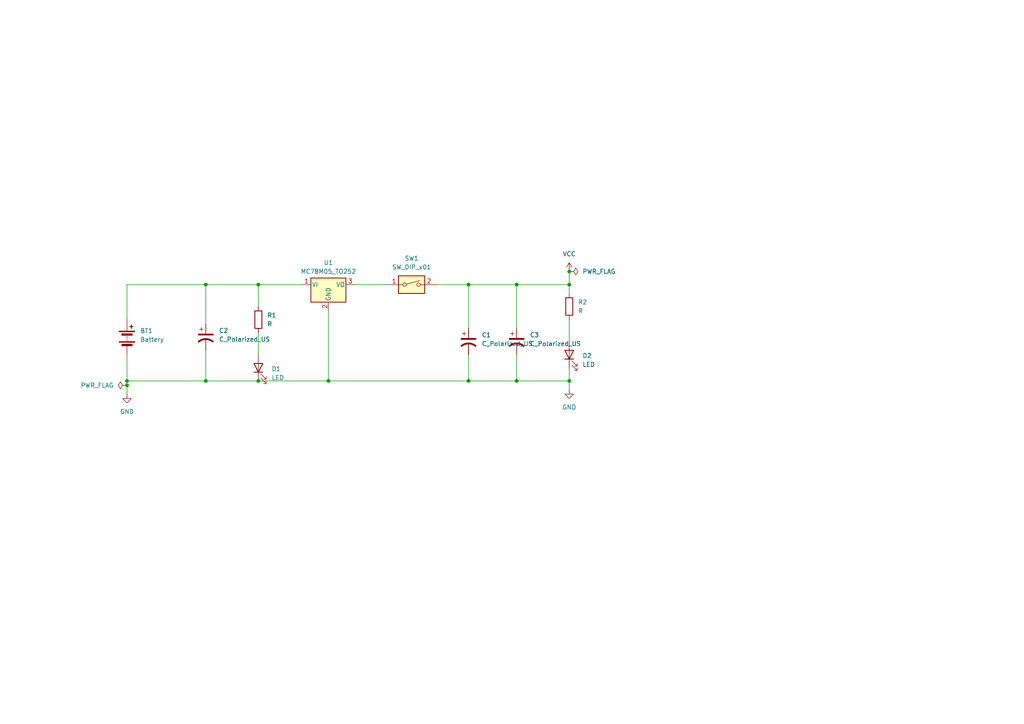
<source format=kicad_sch>
(kicad_sch
	(version 20250114)
	(generator "eeschema")
	(generator_version "9.0")
	(uuid "ac2fb299-b7e8-4394-b000-07ecc4dcf4a1")
	(paper "A4")
	(lib_symbols
		(symbol "Device:Battery"
			(pin_numbers
				(hide yes)
			)
			(pin_names
				(offset 0)
				(hide yes)
			)
			(exclude_from_sim no)
			(in_bom yes)
			(on_board yes)
			(property "Reference" "BT"
				(at 2.54 2.54 0)
				(effects
					(font
						(size 1.27 1.27)
					)
					(justify left)
				)
			)
			(property "Value" "Battery"
				(at 2.54 0 0)
				(effects
					(font
						(size 1.27 1.27)
					)
					(justify left)
				)
			)
			(property "Footprint" ""
				(at 0 1.524 90)
				(effects
					(font
						(size 1.27 1.27)
					)
					(hide yes)
				)
			)
			(property "Datasheet" "~"
				(at 0 1.524 90)
				(effects
					(font
						(size 1.27 1.27)
					)
					(hide yes)
				)
			)
			(property "Description" "Multiple-cell battery"
				(at 0 0 0)
				(effects
					(font
						(size 1.27 1.27)
					)
					(hide yes)
				)
			)
			(property "Sim.Device" "V"
				(at 0 0 0)
				(effects
					(font
						(size 1.27 1.27)
					)
					(hide yes)
				)
			)
			(property "Sim.Type" "DC"
				(at 0 0 0)
				(effects
					(font
						(size 1.27 1.27)
					)
					(hide yes)
				)
			)
			(property "Sim.Pins" "1=+ 2=-"
				(at 0 0 0)
				(effects
					(font
						(size 1.27 1.27)
					)
					(hide yes)
				)
			)
			(property "ki_keywords" "batt voltage-source cell"
				(at 0 0 0)
				(effects
					(font
						(size 1.27 1.27)
					)
					(hide yes)
				)
			)
			(symbol "Battery_0_1"
				(rectangle
					(start -2.286 1.778)
					(end 2.286 1.524)
					(stroke
						(width 0)
						(type default)
					)
					(fill
						(type outline)
					)
				)
				(rectangle
					(start -2.286 -1.27)
					(end 2.286 -1.524)
					(stroke
						(width 0)
						(type default)
					)
					(fill
						(type outline)
					)
				)
				(rectangle
					(start -1.524 1.016)
					(end 1.524 0.508)
					(stroke
						(width 0)
						(type default)
					)
					(fill
						(type outline)
					)
				)
				(rectangle
					(start -1.524 -2.032)
					(end 1.524 -2.54)
					(stroke
						(width 0)
						(type default)
					)
					(fill
						(type outline)
					)
				)
				(polyline
					(pts
						(xy 0 1.778) (xy 0 2.54)
					)
					(stroke
						(width 0)
						(type default)
					)
					(fill
						(type none)
					)
				)
				(polyline
					(pts
						(xy 0 0) (xy 0 0.254)
					)
					(stroke
						(width 0)
						(type default)
					)
					(fill
						(type none)
					)
				)
				(polyline
					(pts
						(xy 0 -0.508) (xy 0 -0.254)
					)
					(stroke
						(width 0)
						(type default)
					)
					(fill
						(type none)
					)
				)
				(polyline
					(pts
						(xy 0 -1.016) (xy 0 -0.762)
					)
					(stroke
						(width 0)
						(type default)
					)
					(fill
						(type none)
					)
				)
				(polyline
					(pts
						(xy 0.762 3.048) (xy 1.778 3.048)
					)
					(stroke
						(width 0.254)
						(type default)
					)
					(fill
						(type none)
					)
				)
				(polyline
					(pts
						(xy 1.27 3.556) (xy 1.27 2.54)
					)
					(stroke
						(width 0.254)
						(type default)
					)
					(fill
						(type none)
					)
				)
			)
			(symbol "Battery_1_1"
				(pin passive line
					(at 0 5.08 270)
					(length 2.54)
					(name "+"
						(effects
							(font
								(size 1.27 1.27)
							)
						)
					)
					(number "1"
						(effects
							(font
								(size 1.27 1.27)
							)
						)
					)
				)
				(pin passive line
					(at 0 -5.08 90)
					(length 2.54)
					(name "-"
						(effects
							(font
								(size 1.27 1.27)
							)
						)
					)
					(number "2"
						(effects
							(font
								(size 1.27 1.27)
							)
						)
					)
				)
			)
			(embedded_fonts no)
		)
		(symbol "Device:C_Polarized_US"
			(pin_numbers
				(hide yes)
			)
			(pin_names
				(offset 0.254)
				(hide yes)
			)
			(exclude_from_sim no)
			(in_bom yes)
			(on_board yes)
			(property "Reference" "C"
				(at 0.635 2.54 0)
				(effects
					(font
						(size 1.27 1.27)
					)
					(justify left)
				)
			)
			(property "Value" "C_Polarized_US"
				(at 0.635 -2.54 0)
				(effects
					(font
						(size 1.27 1.27)
					)
					(justify left)
				)
			)
			(property "Footprint" ""
				(at 0 0 0)
				(effects
					(font
						(size 1.27 1.27)
					)
					(hide yes)
				)
			)
			(property "Datasheet" "~"
				(at 0 0 0)
				(effects
					(font
						(size 1.27 1.27)
					)
					(hide yes)
				)
			)
			(property "Description" "Polarized capacitor, US symbol"
				(at 0 0 0)
				(effects
					(font
						(size 1.27 1.27)
					)
					(hide yes)
				)
			)
			(property "ki_keywords" "cap capacitor"
				(at 0 0 0)
				(effects
					(font
						(size 1.27 1.27)
					)
					(hide yes)
				)
			)
			(property "ki_fp_filters" "CP_*"
				(at 0 0 0)
				(effects
					(font
						(size 1.27 1.27)
					)
					(hide yes)
				)
			)
			(symbol "C_Polarized_US_0_1"
				(polyline
					(pts
						(xy -2.032 0.762) (xy 2.032 0.762)
					)
					(stroke
						(width 0.508)
						(type default)
					)
					(fill
						(type none)
					)
				)
				(polyline
					(pts
						(xy -1.778 2.286) (xy -0.762 2.286)
					)
					(stroke
						(width 0)
						(type default)
					)
					(fill
						(type none)
					)
				)
				(polyline
					(pts
						(xy -1.27 1.778) (xy -1.27 2.794)
					)
					(stroke
						(width 0)
						(type default)
					)
					(fill
						(type none)
					)
				)
				(arc
					(start -2.032 -1.27)
					(mid 0 -0.5572)
					(end 2.032 -1.27)
					(stroke
						(width 0.508)
						(type default)
					)
					(fill
						(type none)
					)
				)
			)
			(symbol "C_Polarized_US_1_1"
				(pin passive line
					(at 0 3.81 270)
					(length 2.794)
					(name "~"
						(effects
							(font
								(size 1.27 1.27)
							)
						)
					)
					(number "1"
						(effects
							(font
								(size 1.27 1.27)
							)
						)
					)
				)
				(pin passive line
					(at 0 -3.81 90)
					(length 3.302)
					(name "~"
						(effects
							(font
								(size 1.27 1.27)
							)
						)
					)
					(number "2"
						(effects
							(font
								(size 1.27 1.27)
							)
						)
					)
				)
			)
			(embedded_fonts no)
		)
		(symbol "Device:LED"
			(pin_numbers
				(hide yes)
			)
			(pin_names
				(offset 1.016)
				(hide yes)
			)
			(exclude_from_sim no)
			(in_bom yes)
			(on_board yes)
			(property "Reference" "D"
				(at 0 2.54 0)
				(effects
					(font
						(size 1.27 1.27)
					)
				)
			)
			(property "Value" "LED"
				(at 0 -2.54 0)
				(effects
					(font
						(size 1.27 1.27)
					)
				)
			)
			(property "Footprint" ""
				(at 0 0 0)
				(effects
					(font
						(size 1.27 1.27)
					)
					(hide yes)
				)
			)
			(property "Datasheet" "~"
				(at 0 0 0)
				(effects
					(font
						(size 1.27 1.27)
					)
					(hide yes)
				)
			)
			(property "Description" "Light emitting diode"
				(at 0 0 0)
				(effects
					(font
						(size 1.27 1.27)
					)
					(hide yes)
				)
			)
			(property "Sim.Pins" "1=K 2=A"
				(at 0 0 0)
				(effects
					(font
						(size 1.27 1.27)
					)
					(hide yes)
				)
			)
			(property "ki_keywords" "LED diode"
				(at 0 0 0)
				(effects
					(font
						(size 1.27 1.27)
					)
					(hide yes)
				)
			)
			(property "ki_fp_filters" "LED* LED_SMD:* LED_THT:*"
				(at 0 0 0)
				(effects
					(font
						(size 1.27 1.27)
					)
					(hide yes)
				)
			)
			(symbol "LED_0_1"
				(polyline
					(pts
						(xy -3.048 -0.762) (xy -4.572 -2.286) (xy -3.81 -2.286) (xy -4.572 -2.286) (xy -4.572 -1.524)
					)
					(stroke
						(width 0)
						(type default)
					)
					(fill
						(type none)
					)
				)
				(polyline
					(pts
						(xy -1.778 -0.762) (xy -3.302 -2.286) (xy -2.54 -2.286) (xy -3.302 -2.286) (xy -3.302 -1.524)
					)
					(stroke
						(width 0)
						(type default)
					)
					(fill
						(type none)
					)
				)
				(polyline
					(pts
						(xy -1.27 0) (xy 1.27 0)
					)
					(stroke
						(width 0)
						(type default)
					)
					(fill
						(type none)
					)
				)
				(polyline
					(pts
						(xy -1.27 -1.27) (xy -1.27 1.27)
					)
					(stroke
						(width 0.254)
						(type default)
					)
					(fill
						(type none)
					)
				)
				(polyline
					(pts
						(xy 1.27 -1.27) (xy 1.27 1.27) (xy -1.27 0) (xy 1.27 -1.27)
					)
					(stroke
						(width 0.254)
						(type default)
					)
					(fill
						(type none)
					)
				)
			)
			(symbol "LED_1_1"
				(pin passive line
					(at -3.81 0 0)
					(length 2.54)
					(name "K"
						(effects
							(font
								(size 1.27 1.27)
							)
						)
					)
					(number "1"
						(effects
							(font
								(size 1.27 1.27)
							)
						)
					)
				)
				(pin passive line
					(at 3.81 0 180)
					(length 2.54)
					(name "A"
						(effects
							(font
								(size 1.27 1.27)
							)
						)
					)
					(number "2"
						(effects
							(font
								(size 1.27 1.27)
							)
						)
					)
				)
			)
			(embedded_fonts no)
		)
		(symbol "Device:R"
			(pin_numbers
				(hide yes)
			)
			(pin_names
				(offset 0)
			)
			(exclude_from_sim no)
			(in_bom yes)
			(on_board yes)
			(property "Reference" "R"
				(at 2.032 0 90)
				(effects
					(font
						(size 1.27 1.27)
					)
				)
			)
			(property "Value" "R"
				(at 0 0 90)
				(effects
					(font
						(size 1.27 1.27)
					)
				)
			)
			(property "Footprint" ""
				(at -1.778 0 90)
				(effects
					(font
						(size 1.27 1.27)
					)
					(hide yes)
				)
			)
			(property "Datasheet" "~"
				(at 0 0 0)
				(effects
					(font
						(size 1.27 1.27)
					)
					(hide yes)
				)
			)
			(property "Description" "Resistor"
				(at 0 0 0)
				(effects
					(font
						(size 1.27 1.27)
					)
					(hide yes)
				)
			)
			(property "ki_keywords" "R res resistor"
				(at 0 0 0)
				(effects
					(font
						(size 1.27 1.27)
					)
					(hide yes)
				)
			)
			(property "ki_fp_filters" "R_*"
				(at 0 0 0)
				(effects
					(font
						(size 1.27 1.27)
					)
					(hide yes)
				)
			)
			(symbol "R_0_1"
				(rectangle
					(start -1.016 -2.54)
					(end 1.016 2.54)
					(stroke
						(width 0.254)
						(type default)
					)
					(fill
						(type none)
					)
				)
			)
			(symbol "R_1_1"
				(pin passive line
					(at 0 3.81 270)
					(length 1.27)
					(name "~"
						(effects
							(font
								(size 1.27 1.27)
							)
						)
					)
					(number "1"
						(effects
							(font
								(size 1.27 1.27)
							)
						)
					)
				)
				(pin passive line
					(at 0 -3.81 90)
					(length 1.27)
					(name "~"
						(effects
							(font
								(size 1.27 1.27)
							)
						)
					)
					(number "2"
						(effects
							(font
								(size 1.27 1.27)
							)
						)
					)
				)
			)
			(embedded_fonts no)
		)
		(symbol "Regulator_Linear:MC78M05_TO252"
			(pin_names
				(offset 0.254)
			)
			(exclude_from_sim no)
			(in_bom yes)
			(on_board yes)
			(property "Reference" "U"
				(at -3.81 3.175 0)
				(effects
					(font
						(size 1.27 1.27)
					)
				)
			)
			(property "Value" "MC78M05_TO252"
				(at 0 3.175 0)
				(effects
					(font
						(size 1.27 1.27)
					)
					(justify left)
				)
			)
			(property "Footprint" "Package_TO_SOT_SMD:TO-252-2"
				(at 0 5.715 0)
				(effects
					(font
						(size 1.27 1.27)
						(italic yes)
					)
					(hide yes)
				)
			)
			(property "Datasheet" "https://www.onsemi.com/pub/Collateral/MC78M00-D.PDF"
				(at 0 -1.27 0)
				(effects
					(font
						(size 1.27 1.27)
					)
					(hide yes)
				)
			)
			(property "Description" "Positive 500mA 35V Linear Regulator, Fixed Output 5V, TO-252 (D-PAK)"
				(at 0 0 0)
				(effects
					(font
						(size 1.27 1.27)
					)
					(hide yes)
				)
			)
			(property "ki_keywords" "Voltage Regulator 500mA Positive"
				(at 0 0 0)
				(effects
					(font
						(size 1.27 1.27)
					)
					(hide yes)
				)
			)
			(property "ki_fp_filters" "TO?252*"
				(at 0 0 0)
				(effects
					(font
						(size 1.27 1.27)
					)
					(hide yes)
				)
			)
			(symbol "MC78M05_TO252_0_1"
				(rectangle
					(start -5.08 1.905)
					(end 5.08 -5.08)
					(stroke
						(width 0.254)
						(type default)
					)
					(fill
						(type background)
					)
				)
			)
			(symbol "MC78M05_TO252_1_1"
				(pin power_in line
					(at -7.62 0 0)
					(length 2.54)
					(name "VI"
						(effects
							(font
								(size 1.27 1.27)
							)
						)
					)
					(number "1"
						(effects
							(font
								(size 1.27 1.27)
							)
						)
					)
				)
				(pin power_in line
					(at 0 -7.62 90)
					(length 2.54)
					(name "GND"
						(effects
							(font
								(size 1.27 1.27)
							)
						)
					)
					(number "2"
						(effects
							(font
								(size 1.27 1.27)
							)
						)
					)
				)
				(pin power_out line
					(at 7.62 0 180)
					(length 2.54)
					(name "VO"
						(effects
							(font
								(size 1.27 1.27)
							)
						)
					)
					(number "3"
						(effects
							(font
								(size 1.27 1.27)
							)
						)
					)
				)
			)
			(embedded_fonts no)
		)
		(symbol "Switch:SW_DIP_x01"
			(pin_names
				(offset 0)
				(hide yes)
			)
			(exclude_from_sim no)
			(in_bom yes)
			(on_board yes)
			(property "Reference" "SW"
				(at 0 3.81 0)
				(effects
					(font
						(size 1.27 1.27)
					)
				)
			)
			(property "Value" "SW_DIP_x01"
				(at 0 -3.81 0)
				(effects
					(font
						(size 1.27 1.27)
					)
				)
			)
			(property "Footprint" ""
				(at 0 0 0)
				(effects
					(font
						(size 1.27 1.27)
					)
					(hide yes)
				)
			)
			(property "Datasheet" "~"
				(at 0 0 0)
				(effects
					(font
						(size 1.27 1.27)
					)
					(hide yes)
				)
			)
			(property "Description" "1x DIP Switch, Single Pole Single Throw (SPST) switch, small symbol"
				(at 0 0 0)
				(effects
					(font
						(size 1.27 1.27)
					)
					(hide yes)
				)
			)
			(property "ki_keywords" "dip switch"
				(at 0 0 0)
				(effects
					(font
						(size 1.27 1.27)
					)
					(hide yes)
				)
			)
			(property "ki_fp_filters" "SW?DIP?x1*"
				(at 0 0 0)
				(effects
					(font
						(size 1.27 1.27)
					)
					(hide yes)
				)
			)
			(symbol "SW_DIP_x01_0_0"
				(circle
					(center -2.032 0)
					(radius 0.508)
					(stroke
						(width 0)
						(type default)
					)
					(fill
						(type none)
					)
				)
				(polyline
					(pts
						(xy -1.524 0.127) (xy 2.3622 1.1684)
					)
					(stroke
						(width 0)
						(type default)
					)
					(fill
						(type none)
					)
				)
				(circle
					(center 2.032 0)
					(radius 0.508)
					(stroke
						(width 0)
						(type default)
					)
					(fill
						(type none)
					)
				)
			)
			(symbol "SW_DIP_x01_0_1"
				(rectangle
					(start -3.81 2.54)
					(end 3.81 -2.54)
					(stroke
						(width 0.254)
						(type default)
					)
					(fill
						(type background)
					)
				)
			)
			(symbol "SW_DIP_x01_1_1"
				(pin passive line
					(at -7.62 0 0)
					(length 5.08)
					(name "~"
						(effects
							(font
								(size 1.27 1.27)
							)
						)
					)
					(number "1"
						(effects
							(font
								(size 1.27 1.27)
							)
						)
					)
				)
				(pin passive line
					(at 7.62 0 180)
					(length 5.08)
					(name "~"
						(effects
							(font
								(size 1.27 1.27)
							)
						)
					)
					(number "2"
						(effects
							(font
								(size 1.27 1.27)
							)
						)
					)
				)
			)
			(embedded_fonts no)
		)
		(symbol "power:GND"
			(power)
			(pin_numbers
				(hide yes)
			)
			(pin_names
				(offset 0)
				(hide yes)
			)
			(exclude_from_sim no)
			(in_bom yes)
			(on_board yes)
			(property "Reference" "#PWR"
				(at 0 -6.35 0)
				(effects
					(font
						(size 1.27 1.27)
					)
					(hide yes)
				)
			)
			(property "Value" "GND"
				(at 0 -3.81 0)
				(effects
					(font
						(size 1.27 1.27)
					)
				)
			)
			(property "Footprint" ""
				(at 0 0 0)
				(effects
					(font
						(size 1.27 1.27)
					)
					(hide yes)
				)
			)
			(property "Datasheet" ""
				(at 0 0 0)
				(effects
					(font
						(size 1.27 1.27)
					)
					(hide yes)
				)
			)
			(property "Description" "Power symbol creates a global label with name \"GND\" , ground"
				(at 0 0 0)
				(effects
					(font
						(size 1.27 1.27)
					)
					(hide yes)
				)
			)
			(property "ki_keywords" "global power"
				(at 0 0 0)
				(effects
					(font
						(size 1.27 1.27)
					)
					(hide yes)
				)
			)
			(symbol "GND_0_1"
				(polyline
					(pts
						(xy 0 0) (xy 0 -1.27) (xy 1.27 -1.27) (xy 0 -2.54) (xy -1.27 -1.27) (xy 0 -1.27)
					)
					(stroke
						(width 0)
						(type default)
					)
					(fill
						(type none)
					)
				)
			)
			(symbol "GND_1_1"
				(pin power_in line
					(at 0 0 270)
					(length 0)
					(name "~"
						(effects
							(font
								(size 1.27 1.27)
							)
						)
					)
					(number "1"
						(effects
							(font
								(size 1.27 1.27)
							)
						)
					)
				)
			)
			(embedded_fonts no)
		)
		(symbol "power:PWR_FLAG"
			(power)
			(pin_numbers
				(hide yes)
			)
			(pin_names
				(offset 0)
				(hide yes)
			)
			(exclude_from_sim no)
			(in_bom yes)
			(on_board yes)
			(property "Reference" "#FLG"
				(at 0 1.905 0)
				(effects
					(font
						(size 1.27 1.27)
					)
					(hide yes)
				)
			)
			(property "Value" "PWR_FLAG"
				(at 0 3.81 0)
				(effects
					(font
						(size 1.27 1.27)
					)
				)
			)
			(property "Footprint" ""
				(at 0 0 0)
				(effects
					(font
						(size 1.27 1.27)
					)
					(hide yes)
				)
			)
			(property "Datasheet" "~"
				(at 0 0 0)
				(effects
					(font
						(size 1.27 1.27)
					)
					(hide yes)
				)
			)
			(property "Description" "Special symbol for telling ERC where power comes from"
				(at 0 0 0)
				(effects
					(font
						(size 1.27 1.27)
					)
					(hide yes)
				)
			)
			(property "ki_keywords" "flag power"
				(at 0 0 0)
				(effects
					(font
						(size 1.27 1.27)
					)
					(hide yes)
				)
			)
			(symbol "PWR_FLAG_0_0"
				(pin power_out line
					(at 0 0 90)
					(length 0)
					(name "~"
						(effects
							(font
								(size 1.27 1.27)
							)
						)
					)
					(number "1"
						(effects
							(font
								(size 1.27 1.27)
							)
						)
					)
				)
			)
			(symbol "PWR_FLAG_0_1"
				(polyline
					(pts
						(xy 0 0) (xy 0 1.27) (xy -1.016 1.905) (xy 0 2.54) (xy 1.016 1.905) (xy 0 1.27)
					)
					(stroke
						(width 0)
						(type default)
					)
					(fill
						(type none)
					)
				)
			)
			(embedded_fonts no)
		)
		(symbol "power:VCC"
			(power)
			(pin_numbers
				(hide yes)
			)
			(pin_names
				(offset 0)
				(hide yes)
			)
			(exclude_from_sim no)
			(in_bom yes)
			(on_board yes)
			(property "Reference" "#PWR"
				(at 0 -3.81 0)
				(effects
					(font
						(size 1.27 1.27)
					)
					(hide yes)
				)
			)
			(property "Value" "VCC"
				(at 0 3.556 0)
				(effects
					(font
						(size 1.27 1.27)
					)
				)
			)
			(property "Footprint" ""
				(at 0 0 0)
				(effects
					(font
						(size 1.27 1.27)
					)
					(hide yes)
				)
			)
			(property "Datasheet" ""
				(at 0 0 0)
				(effects
					(font
						(size 1.27 1.27)
					)
					(hide yes)
				)
			)
			(property "Description" "Power symbol creates a global label with name \"VCC\""
				(at 0 0 0)
				(effects
					(font
						(size 1.27 1.27)
					)
					(hide yes)
				)
			)
			(property "ki_keywords" "global power"
				(at 0 0 0)
				(effects
					(font
						(size 1.27 1.27)
					)
					(hide yes)
				)
			)
			(symbol "VCC_0_1"
				(polyline
					(pts
						(xy -0.762 1.27) (xy 0 2.54)
					)
					(stroke
						(width 0)
						(type default)
					)
					(fill
						(type none)
					)
				)
				(polyline
					(pts
						(xy 0 2.54) (xy 0.762 1.27)
					)
					(stroke
						(width 0)
						(type default)
					)
					(fill
						(type none)
					)
				)
				(polyline
					(pts
						(xy 0 0) (xy 0 2.54)
					)
					(stroke
						(width 0)
						(type default)
					)
					(fill
						(type none)
					)
				)
			)
			(symbol "VCC_1_1"
				(pin power_in line
					(at 0 0 90)
					(length 0)
					(name "~"
						(effects
							(font
								(size 1.27 1.27)
							)
						)
					)
					(number "1"
						(effects
							(font
								(size 1.27 1.27)
							)
						)
					)
				)
			)
			(embedded_fonts no)
		)
	)
	(junction
		(at 149.86 82.55)
		(diameter 0)
		(color 0 0 0 0)
		(uuid "0e980192-4ae1-4370-ad06-0f98e3c0ddc6")
	)
	(junction
		(at 165.1 110.49)
		(diameter 0)
		(color 0 0 0 0)
		(uuid "10b339d9-0532-4f30-b089-54b50d3225d8")
	)
	(junction
		(at 36.83 111.76)
		(diameter 0)
		(color 0 0 0 0)
		(uuid "3a559191-4132-4d98-981c-35308e3890a4")
	)
	(junction
		(at 59.69 82.55)
		(diameter 0)
		(color 0 0 0 0)
		(uuid "4484778d-10d9-4aab-90af-3fabd0fc2061")
	)
	(junction
		(at 165.1 78.74)
		(diameter 0)
		(color 0 0 0 0)
		(uuid "638325cc-0d39-4b64-9687-87c1b0786ff9")
	)
	(junction
		(at 165.1 82.55)
		(diameter 0)
		(color 0 0 0 0)
		(uuid "65ba79eb-32ce-4727-8256-9938cd4557f2")
	)
	(junction
		(at 149.86 110.49)
		(diameter 0)
		(color 0 0 0 0)
		(uuid "899499e5-b6ee-4241-8711-972258e90adb")
	)
	(junction
		(at 135.89 82.55)
		(diameter 0)
		(color 0 0 0 0)
		(uuid "97c7fb3c-db2c-4a51-918e-ef2afb09fff4")
	)
	(junction
		(at 36.83 110.49)
		(diameter 0)
		(color 0 0 0 0)
		(uuid "9b00db30-aeeb-4075-bea9-3a54c2e16491")
	)
	(junction
		(at 95.25 110.49)
		(diameter 0)
		(color 0 0 0 0)
		(uuid "a6477888-6802-42e4-85e0-12d9d0bb5499")
	)
	(junction
		(at 59.69 110.49)
		(diameter 0)
		(color 0 0 0 0)
		(uuid "b8310ac5-1418-488b-b3ab-5335b72265ed")
	)
	(junction
		(at 135.89 110.49)
		(diameter 0)
		(color 0 0 0 0)
		(uuid "ce63cdf8-73a9-4957-be53-e05cb3d89022")
	)
	(junction
		(at 74.93 110.49)
		(diameter 0)
		(color 0 0 0 0)
		(uuid "d27642b6-b99c-496c-be99-0352104e7252")
	)
	(junction
		(at 74.93 82.55)
		(diameter 0)
		(color 0 0 0 0)
		(uuid "f16d6c26-5f2d-4808-8069-1e9c63e8d466")
	)
	(wire
		(pts
			(xy 135.89 110.49) (xy 149.86 110.49)
		)
		(stroke
			(width 0)
			(type default)
		)
		(uuid "03a7cba2-4af7-4b9e-9567-6d951f20d4d7")
	)
	(wire
		(pts
			(xy 165.1 78.74) (xy 165.1 82.55)
		)
		(stroke
			(width 0)
			(type default)
		)
		(uuid "0da014c5-fa03-4f93-87aa-6fe45d9823ff")
	)
	(wire
		(pts
			(xy 165.1 110.49) (xy 165.1 106.68)
		)
		(stroke
			(width 0)
			(type default)
		)
		(uuid "17463af8-4bec-4ee3-80f0-7d0c3a93335f")
	)
	(wire
		(pts
			(xy 135.89 82.55) (xy 135.89 95.25)
		)
		(stroke
			(width 0)
			(type default)
		)
		(uuid "1ed53234-b618-4cc2-a576-61ac7f7a180e")
	)
	(wire
		(pts
			(xy 59.69 110.49) (xy 74.93 110.49)
		)
		(stroke
			(width 0)
			(type default)
		)
		(uuid "2094873b-7784-4996-9771-cfb15acce1f2")
	)
	(wire
		(pts
			(xy 74.93 82.55) (xy 74.93 88.9)
		)
		(stroke
			(width 0)
			(type default)
		)
		(uuid "21c369de-3133-4ffb-9e0c-ecb332984bbd")
	)
	(wire
		(pts
			(xy 135.89 110.49) (xy 135.89 102.87)
		)
		(stroke
			(width 0)
			(type default)
		)
		(uuid "282acaa0-0e27-4565-b72f-077638c0bd59")
	)
	(wire
		(pts
			(xy 74.93 110.49) (xy 95.25 110.49)
		)
		(stroke
			(width 0)
			(type default)
		)
		(uuid "318a280f-f8cb-45e0-959b-7d3e7c3303fb")
	)
	(wire
		(pts
			(xy 95.25 110.49) (xy 95.25 90.17)
		)
		(stroke
			(width 0)
			(type default)
		)
		(uuid "3932ea68-5ead-4d0a-9198-a3c0258c274c")
	)
	(wire
		(pts
			(xy 165.1 85.09) (xy 165.1 82.55)
		)
		(stroke
			(width 0)
			(type default)
		)
		(uuid "40f4c955-e882-417e-bedd-de808607f826")
	)
	(wire
		(pts
			(xy 149.86 82.55) (xy 149.86 95.25)
		)
		(stroke
			(width 0)
			(type default)
		)
		(uuid "439e3d45-2572-4eee-a3b3-70506a22e142")
	)
	(wire
		(pts
			(xy 36.83 110.49) (xy 59.69 110.49)
		)
		(stroke
			(width 0)
			(type default)
		)
		(uuid "46cadefb-73bc-41de-9b75-8ac4be01a7b5")
	)
	(wire
		(pts
			(xy 59.69 82.55) (xy 36.83 82.55)
		)
		(stroke
			(width 0)
			(type default)
		)
		(uuid "5a138708-be1c-498c-9989-433a3bb20e43")
	)
	(wire
		(pts
			(xy 59.69 101.6) (xy 59.69 110.49)
		)
		(stroke
			(width 0)
			(type default)
		)
		(uuid "5d75746f-dd6c-4a6c-becb-88eb49d53d84")
	)
	(wire
		(pts
			(xy 36.83 111.76) (xy 36.83 114.3)
		)
		(stroke
			(width 0)
			(type default)
		)
		(uuid "63e08da2-066f-4c48-89fc-88998350f89b")
	)
	(wire
		(pts
			(xy 74.93 96.52) (xy 74.93 102.87)
		)
		(stroke
			(width 0)
			(type default)
		)
		(uuid "707af770-bc31-47ac-a135-1c270b7aafd4")
	)
	(wire
		(pts
			(xy 59.69 82.55) (xy 59.69 93.98)
		)
		(stroke
			(width 0)
			(type default)
		)
		(uuid "8199edb8-033c-4719-b127-59838ae64f13")
	)
	(wire
		(pts
			(xy 36.83 102.87) (xy 36.83 110.49)
		)
		(stroke
			(width 0)
			(type default)
		)
		(uuid "86a523f1-4460-4a5a-b98a-5edafb9a0052")
	)
	(wire
		(pts
			(xy 149.86 110.49) (xy 165.1 110.49)
		)
		(stroke
			(width 0)
			(type default)
		)
		(uuid "8e57126b-5dfc-46e7-ac44-c0f42d7ba991")
	)
	(wire
		(pts
			(xy 36.83 110.49) (xy 36.83 111.76)
		)
		(stroke
			(width 0)
			(type default)
		)
		(uuid "a0ec4e81-f654-4ffc-b726-df658c22d9c4")
	)
	(wire
		(pts
			(xy 102.87 82.55) (xy 111.76 82.55)
		)
		(stroke
			(width 0)
			(type default)
		)
		(uuid "a1750cfa-9d4d-4e36-802b-9fbcfc72bcbd")
	)
	(wire
		(pts
			(xy 36.83 82.55) (xy 36.83 92.71)
		)
		(stroke
			(width 0)
			(type default)
		)
		(uuid "a321f8ee-2dd3-4b94-9c39-9a06fed77ea1")
	)
	(wire
		(pts
			(xy 165.1 110.49) (xy 165.1 113.03)
		)
		(stroke
			(width 0)
			(type default)
		)
		(uuid "bc184d3f-0ccb-425a-b707-384117480fe0")
	)
	(wire
		(pts
			(xy 74.93 82.55) (xy 59.69 82.55)
		)
		(stroke
			(width 0)
			(type default)
		)
		(uuid "c0b33691-0d38-4018-9fbd-75e76cae831a")
	)
	(wire
		(pts
			(xy 95.25 110.49) (xy 135.89 110.49)
		)
		(stroke
			(width 0)
			(type default)
		)
		(uuid "c3aace7b-bd0f-40fd-944d-7a8de05eb7b2")
	)
	(wire
		(pts
			(xy 165.1 82.55) (xy 149.86 82.55)
		)
		(stroke
			(width 0)
			(type default)
		)
		(uuid "ce35f922-bdf6-4868-a206-acc5a9d34d80")
	)
	(wire
		(pts
			(xy 87.63 82.55) (xy 74.93 82.55)
		)
		(stroke
			(width 0)
			(type default)
		)
		(uuid "cf384972-0957-4eb6-bd11-42726358a667")
	)
	(wire
		(pts
			(xy 165.1 92.71) (xy 165.1 99.06)
		)
		(stroke
			(width 0)
			(type default)
		)
		(uuid "d38b7332-dc0e-4757-8fbd-7af3fa72c965")
	)
	(wire
		(pts
			(xy 149.86 110.49) (xy 149.86 102.87)
		)
		(stroke
			(width 0)
			(type default)
		)
		(uuid "d62bd4c1-768c-48bd-bfd0-95646976eb13")
	)
	(wire
		(pts
			(xy 135.89 82.55) (xy 127 82.55)
		)
		(stroke
			(width 0)
			(type default)
		)
		(uuid "e0ec8a85-a23a-4552-86ba-141ce002d6d3")
	)
	(wire
		(pts
			(xy 149.86 82.55) (xy 135.89 82.55)
		)
		(stroke
			(width 0)
			(type default)
		)
		(uuid "eb0bbe66-a0d4-4154-a8de-dd95539dd80e")
	)
	(symbol
		(lib_id "Device:R")
		(at 74.93 92.71 0)
		(unit 1)
		(exclude_from_sim no)
		(in_bom yes)
		(on_board yes)
		(dnp no)
		(fields_autoplaced yes)
		(uuid "0c382063-d404-4b61-904f-9433c457de88")
		(property "Reference" "R1"
			(at 77.47 91.4399 0)
			(effects
				(font
					(size 1.27 1.27)
				)
				(justify left)
			)
		)
		(property "Value" "R"
			(at 77.47 93.9799 0)
			(effects
				(font
					(size 1.27 1.27)
				)
				(justify left)
			)
		)
		(property "Footprint" "Resistor_THT:R_Axial_DIN0204_L3.6mm_D1.6mm_P2.54mm_Vertical"
			(at 73.152 92.71 90)
			(effects
				(font
					(size 1.27 1.27)
				)
				(hide yes)
			)
		)
		(property "Datasheet" "~"
			(at 74.93 92.71 0)
			(effects
				(font
					(size 1.27 1.27)
				)
				(hide yes)
			)
		)
		(property "Description" "Resistor"
			(at 74.93 92.71 0)
			(effects
				(font
					(size 1.27 1.27)
				)
				(hide yes)
			)
		)
		(pin "1"
			(uuid "5265803e-4e20-4373-8119-766154a081d7")
		)
		(pin "2"
			(uuid "a8b8c7b0-7749-49ac-bf2e-64780078dc92")
		)
		(instances
			(project ""
				(path "/ac2fb299-b7e8-4394-b000-07ecc4dcf4a1"
					(reference "R1")
					(unit 1)
				)
			)
		)
	)
	(symbol
		(lib_id "Device:Battery")
		(at 36.83 97.79 0)
		(unit 1)
		(exclude_from_sim no)
		(in_bom yes)
		(on_board yes)
		(dnp no)
		(fields_autoplaced yes)
		(uuid "14677cfe-eabc-4ffb-b71b-a2d0de902f7c")
		(property "Reference" "BT1"
			(at 40.64 95.9484 0)
			(effects
				(font
					(size 1.27 1.27)
				)
				(justify left)
			)
		)
		(property "Value" "Battery"
			(at 40.64 98.4884 0)
			(effects
				(font
					(size 1.27 1.27)
				)
				(justify left)
			)
		)
		(property "Footprint" "Battery:BatteryHolder_Keystone_2468_2xAAA"
			(at 36.83 96.266 90)
			(effects
				(font
					(size 1.27 1.27)
				)
				(hide yes)
			)
		)
		(property "Datasheet" "~"
			(at 36.83 96.266 90)
			(effects
				(font
					(size 1.27 1.27)
				)
				(hide yes)
			)
		)
		(property "Description" "Multiple-cell battery"
			(at 36.83 97.79 0)
			(effects
				(font
					(size 1.27 1.27)
				)
				(hide yes)
			)
		)
		(property "Sim.Device" "V"
			(at 36.83 97.79 0)
			(effects
				(font
					(size 1.27 1.27)
				)
				(hide yes)
			)
		)
		(property "Sim.Type" "DC"
			(at 36.83 97.79 0)
			(effects
				(font
					(size 1.27 1.27)
				)
				(hide yes)
			)
		)
		(property "Sim.Pins" "1=+ 2=-"
			(at 36.83 97.79 0)
			(effects
				(font
					(size 1.27 1.27)
				)
				(hide yes)
			)
		)
		(pin "2"
			(uuid "6c64534b-363e-4cf1-889e-4c755598a0e1")
		)
		(pin "1"
			(uuid "289a5808-9596-4794-890c-84a64d27b8d1")
		)
		(instances
			(project ""
				(path "/ac2fb299-b7e8-4394-b000-07ecc4dcf4a1"
					(reference "BT1")
					(unit 1)
				)
			)
		)
	)
	(symbol
		(lib_id "Device:C_Polarized_US")
		(at 135.89 99.06 0)
		(unit 1)
		(exclude_from_sim no)
		(in_bom yes)
		(on_board yes)
		(dnp no)
		(uuid "15668ff1-5960-4b2b-9e4b-9a78ed0faa4b")
		(property "Reference" "C1"
			(at 139.7 97.1549 0)
			(effects
				(font
					(size 1.27 1.27)
				)
				(justify left)
			)
		)
		(property "Value" "C_Polarized_US"
			(at 139.7 99.6949 0)
			(effects
				(font
					(size 1.27 1.27)
				)
				(justify left)
			)
		)
		(property "Footprint" "Capacitor_THT:CP_Axial_L10.0mm_D4.5mm_P15.00mm_Horizontal"
			(at 135.89 99.06 0)
			(effects
				(font
					(size 1.27 1.27)
				)
				(hide yes)
			)
		)
		(property "Datasheet" "~"
			(at 135.89 99.06 0)
			(effects
				(font
					(size 1.27 1.27)
				)
				(hide yes)
			)
		)
		(property "Description" "Polarized capacitor, US symbol"
			(at 135.89 99.06 0)
			(effects
				(font
					(size 1.27 1.27)
				)
				(hide yes)
			)
		)
		(pin "1"
			(uuid "2a449985-b97d-4f22-bfbd-f2b3f9b7abee")
		)
		(pin "2"
			(uuid "efbfbb33-6f4b-4f89-8b81-f302048f1e33")
		)
		(instances
			(project "PCB"
				(path "/ac2fb299-b7e8-4394-b000-07ecc4dcf4a1"
					(reference "C1")
					(unit 1)
				)
			)
		)
	)
	(symbol
		(lib_id "Device:C_Polarized_US")
		(at 149.86 99.06 0)
		(unit 1)
		(exclude_from_sim no)
		(in_bom yes)
		(on_board yes)
		(dnp no)
		(uuid "218ff430-1601-48a0-8944-fe90090de92f")
		(property "Reference" "C3"
			(at 153.67 97.1549 0)
			(effects
				(font
					(size 1.27 1.27)
				)
				(justify left)
			)
		)
		(property "Value" "C_Polarized_US"
			(at 153.67 99.6949 0)
			(effects
				(font
					(size 1.27 1.27)
				)
				(justify left)
			)
		)
		(property "Footprint" "Capacitor_THT:CP_Axial_L10.0mm_D4.5mm_P15.00mm_Horizontal"
			(at 149.86 99.06 0)
			(effects
				(font
					(size 1.27 1.27)
				)
				(hide yes)
			)
		)
		(property "Datasheet" "~"
			(at 149.86 99.06 0)
			(effects
				(font
					(size 1.27 1.27)
				)
				(hide yes)
			)
		)
		(property "Description" "Polarized capacitor, US symbol"
			(at 149.86 99.06 0)
			(effects
				(font
					(size 1.27 1.27)
				)
				(hide yes)
			)
		)
		(pin "1"
			(uuid "44fed146-e9a7-47fd-a5ee-575ac0017443")
		)
		(pin "2"
			(uuid "a6d8ffd9-24af-4ef3-bbbb-bf3aa190eada")
		)
		(instances
			(project "PCB"
				(path "/ac2fb299-b7e8-4394-b000-07ecc4dcf4a1"
					(reference "C3")
					(unit 1)
				)
			)
		)
	)
	(symbol
		(lib_id "Switch:SW_DIP_x01")
		(at 119.38 82.55 0)
		(unit 1)
		(exclude_from_sim no)
		(in_bom yes)
		(on_board yes)
		(dnp no)
		(fields_autoplaced yes)
		(uuid "4242db22-f894-4bb4-9e56-fb10ae2975dd")
		(property "Reference" "SW1"
			(at 119.38 74.93 0)
			(effects
				(font
					(size 1.27 1.27)
				)
			)
		)
		(property "Value" "SW_DIP_x01"
			(at 119.38 77.47 0)
			(effects
				(font
					(size 1.27 1.27)
				)
			)
		)
		(property "Footprint" "Button_Switch_THT:SW_DIP_SPSTx01_Slide_9.78x4.72mm_W7.62mm_P2.54mm"
			(at 119.38 82.55 0)
			(effects
				(font
					(size 1.27 1.27)
				)
				(hide yes)
			)
		)
		(property "Datasheet" "~"
			(at 119.38 82.55 0)
			(effects
				(font
					(size 1.27 1.27)
				)
				(hide yes)
			)
		)
		(property "Description" "1x DIP Switch, Single Pole Single Throw (SPST) switch, small symbol"
			(at 119.38 82.55 0)
			(effects
				(font
					(size 1.27 1.27)
				)
				(hide yes)
			)
		)
		(pin "2"
			(uuid "d3c7d16d-7f00-4b44-9d28-b51ecdbcbad9")
		)
		(pin "1"
			(uuid "f0e21cc6-872f-429a-acd7-dd45945ef496")
		)
		(instances
			(project ""
				(path "/ac2fb299-b7e8-4394-b000-07ecc4dcf4a1"
					(reference "SW1")
					(unit 1)
				)
			)
		)
	)
	(symbol
		(lib_id "power:VCC")
		(at 165.1 78.74 0)
		(unit 1)
		(exclude_from_sim no)
		(in_bom yes)
		(on_board yes)
		(dnp no)
		(fields_autoplaced yes)
		(uuid "6f0fb30b-2345-47f8-8bb3-717f92b968ac")
		(property "Reference" "#PWR02"
			(at 165.1 82.55 0)
			(effects
				(font
					(size 1.27 1.27)
				)
				(hide yes)
			)
		)
		(property "Value" "VCC"
			(at 165.1 73.66 0)
			(effects
				(font
					(size 1.27 1.27)
				)
			)
		)
		(property "Footprint" ""
			(at 165.1 78.74 0)
			(effects
				(font
					(size 1.27 1.27)
				)
				(hide yes)
			)
		)
		(property "Datasheet" ""
			(at 165.1 78.74 0)
			(effects
				(font
					(size 1.27 1.27)
				)
				(hide yes)
			)
		)
		(property "Description" "Power symbol creates a global label with name \"VCC\""
			(at 165.1 78.74 0)
			(effects
				(font
					(size 1.27 1.27)
				)
				(hide yes)
			)
		)
		(pin "1"
			(uuid "7c2b044c-1653-4915-8a5c-313c919c51d9")
		)
		(instances
			(project ""
				(path "/ac2fb299-b7e8-4394-b000-07ecc4dcf4a1"
					(reference "#PWR02")
					(unit 1)
				)
			)
		)
	)
	(symbol
		(lib_id "Device:LED")
		(at 165.1 102.87 90)
		(unit 1)
		(exclude_from_sim no)
		(in_bom yes)
		(on_board yes)
		(dnp no)
		(fields_autoplaced yes)
		(uuid "7cf46658-c3d8-4417-ae91-f12c56e17b5c")
		(property "Reference" "D2"
			(at 168.91 103.1874 90)
			(effects
				(font
					(size 1.27 1.27)
				)
				(justify right)
			)
		)
		(property "Value" "LED"
			(at 168.91 105.7274 90)
			(effects
				(font
					(size 1.27 1.27)
				)
				(justify right)
			)
		)
		(property "Footprint" "LED_THT:LED_D3.0mm"
			(at 165.1 102.87 0)
			(effects
				(font
					(size 1.27 1.27)
				)
				(hide yes)
			)
		)
		(property "Datasheet" "~"
			(at 165.1 102.87 0)
			(effects
				(font
					(size 1.27 1.27)
				)
				(hide yes)
			)
		)
		(property "Description" "Light emitting diode"
			(at 165.1 102.87 0)
			(effects
				(font
					(size 1.27 1.27)
				)
				(hide yes)
			)
		)
		(property "Sim.Pins" "1=K 2=A"
			(at 165.1 102.87 0)
			(effects
				(font
					(size 1.27 1.27)
				)
				(hide yes)
			)
		)
		(pin "1"
			(uuid "aedec4b6-3bb6-4572-9f2b-2e3ad84b3709")
		)
		(pin "2"
			(uuid "b3adc359-1c84-4999-9347-84ba0f9e594c")
		)
		(instances
			(project "PCB"
				(path "/ac2fb299-b7e8-4394-b000-07ecc4dcf4a1"
					(reference "D2")
					(unit 1)
				)
			)
		)
	)
	(symbol
		(lib_id "Device:LED")
		(at 74.93 106.68 90)
		(unit 1)
		(exclude_from_sim no)
		(in_bom yes)
		(on_board yes)
		(dnp no)
		(fields_autoplaced yes)
		(uuid "8cb61a43-0409-48f0-a58d-f9fd1dfc90eb")
		(property "Reference" "D1"
			(at 78.74 106.9974 90)
			(effects
				(font
					(size 1.27 1.27)
				)
				(justify right)
			)
		)
		(property "Value" "LED"
			(at 78.74 109.5374 90)
			(effects
				(font
					(size 1.27 1.27)
				)
				(justify right)
			)
		)
		(property "Footprint" "LED_THT:LED_D3.0mm"
			(at 74.93 106.68 0)
			(effects
				(font
					(size 1.27 1.27)
				)
				(hide yes)
			)
		)
		(property "Datasheet" "~"
			(at 74.93 106.68 0)
			(effects
				(font
					(size 1.27 1.27)
				)
				(hide yes)
			)
		)
		(property "Description" "Light emitting diode"
			(at 74.93 106.68 0)
			(effects
				(font
					(size 1.27 1.27)
				)
				(hide yes)
			)
		)
		(property "Sim.Pins" "1=K 2=A"
			(at 74.93 106.68 0)
			(effects
				(font
					(size 1.27 1.27)
				)
				(hide yes)
			)
		)
		(pin "1"
			(uuid "019eb092-c8f4-43ea-ab86-01e3849c6d94")
		)
		(pin "2"
			(uuid "b8bfc2c5-7f98-4561-a003-4e1f4f752fbe")
		)
		(instances
			(project ""
				(path "/ac2fb299-b7e8-4394-b000-07ecc4dcf4a1"
					(reference "D1")
					(unit 1)
				)
			)
		)
	)
	(symbol
		(lib_id "Regulator_Linear:MC78M05_TO252")
		(at 95.25 82.55 0)
		(unit 1)
		(exclude_from_sim no)
		(in_bom yes)
		(on_board yes)
		(dnp no)
		(fields_autoplaced yes)
		(uuid "96f8280e-ee2b-490c-a070-d6c05b5d3e91")
		(property "Reference" "U1"
			(at 95.25 76.2 0)
			(effects
				(font
					(size 1.27 1.27)
				)
			)
		)
		(property "Value" "MC78M05_TO252"
			(at 95.25 78.74 0)
			(effects
				(font
					(size 1.27 1.27)
				)
			)
		)
		(property "Footprint" "Package_TO_SOT_SMD:TO-252-2"
			(at 95.25 76.835 0)
			(effects
				(font
					(size 1.27 1.27)
					(italic yes)
				)
				(hide yes)
			)
		)
		(property "Datasheet" "https://www.onsemi.com/pub/Collateral/MC78M00-D.PDF"
			(at 95.25 83.82 0)
			(effects
				(font
					(size 1.27 1.27)
				)
				(hide yes)
			)
		)
		(property "Description" "Positive 500mA 35V Linear Regulator, Fixed Output 5V, TO-252 (D-PAK)"
			(at 95.25 82.55 0)
			(effects
				(font
					(size 1.27 1.27)
				)
				(hide yes)
			)
		)
		(pin "1"
			(uuid "3e0600b3-2527-4afd-8322-60b2cdc09858")
		)
		(pin "2"
			(uuid "bf4f82e1-7cfd-4599-a870-a191e8d3f541")
		)
		(pin "3"
			(uuid "e93ca4c4-007d-4c32-b6d8-f57cdbeed873")
		)
		(instances
			(project ""
				(path "/ac2fb299-b7e8-4394-b000-07ecc4dcf4a1"
					(reference "U1")
					(unit 1)
				)
			)
		)
	)
	(symbol
		(lib_id "power:PWR_FLAG")
		(at 36.83 111.76 90)
		(unit 1)
		(exclude_from_sim no)
		(in_bom yes)
		(on_board yes)
		(dnp no)
		(fields_autoplaced yes)
		(uuid "ae43a080-f1c3-46b6-8789-a2432f5c4537")
		(property "Reference" "#FLG02"
			(at 34.925 111.76 0)
			(effects
				(font
					(size 1.27 1.27)
				)
				(hide yes)
			)
		)
		(property "Value" "PWR_FLAG"
			(at 33.02 111.7599 90)
			(effects
				(font
					(size 1.27 1.27)
				)
				(justify left)
			)
		)
		(property "Footprint" ""
			(at 36.83 111.76 0)
			(effects
				(font
					(size 1.27 1.27)
				)
				(hide yes)
			)
		)
		(property "Datasheet" "~"
			(at 36.83 111.76 0)
			(effects
				(font
					(size 1.27 1.27)
				)
				(hide yes)
			)
		)
		(property "Description" "Special symbol for telling ERC where power comes from"
			(at 36.83 111.76 0)
			(effects
				(font
					(size 1.27 1.27)
				)
				(hide yes)
			)
		)
		(pin "1"
			(uuid "ace2ced8-d59f-4ca3-b358-936911546189")
		)
		(instances
			(project ""
				(path "/ac2fb299-b7e8-4394-b000-07ecc4dcf4a1"
					(reference "#FLG02")
					(unit 1)
				)
			)
		)
	)
	(symbol
		(lib_id "power:GND")
		(at 36.83 114.3 0)
		(unit 1)
		(exclude_from_sim no)
		(in_bom yes)
		(on_board yes)
		(dnp no)
		(fields_autoplaced yes)
		(uuid "c83d6bcd-e61f-439b-89cf-b15baa946d86")
		(property "Reference" "#PWR03"
			(at 36.83 120.65 0)
			(effects
				(font
					(size 1.27 1.27)
				)
				(hide yes)
			)
		)
		(property "Value" "GND"
			(at 36.83 119.38 0)
			(effects
				(font
					(size 1.27 1.27)
				)
			)
		)
		(property "Footprint" ""
			(at 36.83 114.3 0)
			(effects
				(font
					(size 1.27 1.27)
				)
				(hide yes)
			)
		)
		(property "Datasheet" ""
			(at 36.83 114.3 0)
			(effects
				(font
					(size 1.27 1.27)
				)
				(hide yes)
			)
		)
		(property "Description" "Power symbol creates a global label with name \"GND\" , ground"
			(at 36.83 114.3 0)
			(effects
				(font
					(size 1.27 1.27)
				)
				(hide yes)
			)
		)
		(pin "1"
			(uuid "492508da-8a0a-4dd1-afa9-7659a5ece2e6")
		)
		(instances
			(project ""
				(path "/ac2fb299-b7e8-4394-b000-07ecc4dcf4a1"
					(reference "#PWR03")
					(unit 1)
				)
			)
		)
	)
	(symbol
		(lib_id "power:PWR_FLAG")
		(at 165.1 78.74 270)
		(unit 1)
		(exclude_from_sim no)
		(in_bom yes)
		(on_board yes)
		(dnp no)
		(fields_autoplaced yes)
		(uuid "c96ada87-c4a0-40ed-bf30-40762ba50572")
		(property "Reference" "#FLG01"
			(at 167.005 78.74 0)
			(effects
				(font
					(size 1.27 1.27)
				)
				(hide yes)
			)
		)
		(property "Value" "PWR_FLAG"
			(at 168.91 78.7399 90)
			(effects
				(font
					(size 1.27 1.27)
				)
				(justify left)
			)
		)
		(property "Footprint" ""
			(at 165.1 78.74 0)
			(effects
				(font
					(size 1.27 1.27)
				)
				(hide yes)
			)
		)
		(property "Datasheet" "~"
			(at 165.1 78.74 0)
			(effects
				(font
					(size 1.27 1.27)
				)
				(hide yes)
			)
		)
		(property "Description" "Special symbol for telling ERC where power comes from"
			(at 165.1 78.74 0)
			(effects
				(font
					(size 1.27 1.27)
				)
				(hide yes)
			)
		)
		(pin "1"
			(uuid "9b4bc0f9-4fbe-4a4b-898f-7d0ae0ef5035")
		)
		(instances
			(project ""
				(path "/ac2fb299-b7e8-4394-b000-07ecc4dcf4a1"
					(reference "#FLG01")
					(unit 1)
				)
			)
		)
	)
	(symbol
		(lib_id "Device:C_Polarized_US")
		(at 59.69 97.79 0)
		(unit 1)
		(exclude_from_sim no)
		(in_bom yes)
		(on_board yes)
		(dnp no)
		(uuid "f43497a2-20b8-45f5-80db-c5685f7971ec")
		(property "Reference" "C2"
			(at 63.5 95.8849 0)
			(effects
				(font
					(size 1.27 1.27)
				)
				(justify left)
			)
		)
		(property "Value" "C_Polarized_US"
			(at 63.5 98.4249 0)
			(effects
				(font
					(size 1.27 1.27)
				)
				(justify left)
			)
		)
		(property "Footprint" "Capacitor_THT:CP_Axial_L10.0mm_D4.5mm_P15.00mm_Horizontal"
			(at 59.69 97.79 0)
			(effects
				(font
					(size 1.27 1.27)
				)
				(hide yes)
			)
		)
		(property "Datasheet" "~"
			(at 59.69 97.79 0)
			(effects
				(font
					(size 1.27 1.27)
				)
				(hide yes)
			)
		)
		(property "Description" "Polarized capacitor, US symbol"
			(at 59.69 97.79 0)
			(effects
				(font
					(size 1.27 1.27)
				)
				(hide yes)
			)
		)
		(pin "1"
			(uuid "d0082646-1a14-41fb-884b-58187447d449")
		)
		(pin "2"
			(uuid "4c470471-d30a-4dde-9fc0-61a74d3fabab")
		)
		(instances
			(project ""
				(path "/ac2fb299-b7e8-4394-b000-07ecc4dcf4a1"
					(reference "C2")
					(unit 1)
				)
			)
		)
	)
	(symbol
		(lib_id "power:GND")
		(at 165.1 113.03 0)
		(unit 1)
		(exclude_from_sim no)
		(in_bom yes)
		(on_board yes)
		(dnp no)
		(fields_autoplaced yes)
		(uuid "f70b048d-8961-4927-8de8-d033d3d3e455")
		(property "Reference" "#PWR01"
			(at 165.1 119.38 0)
			(effects
				(font
					(size 1.27 1.27)
				)
				(hide yes)
			)
		)
		(property "Value" "GND"
			(at 165.1 118.11 0)
			(effects
				(font
					(size 1.27 1.27)
				)
			)
		)
		(property "Footprint" ""
			(at 165.1 113.03 0)
			(effects
				(font
					(size 1.27 1.27)
				)
				(hide yes)
			)
		)
		(property "Datasheet" ""
			(at 165.1 113.03 0)
			(effects
				(font
					(size 1.27 1.27)
				)
				(hide yes)
			)
		)
		(property "Description" "Power symbol creates a global label with name \"GND\" , ground"
			(at 165.1 113.03 0)
			(effects
				(font
					(size 1.27 1.27)
				)
				(hide yes)
			)
		)
		(pin "1"
			(uuid "54978421-a6b9-48f1-a6ad-26f8ffb6878d")
		)
		(instances
			(project ""
				(path "/ac2fb299-b7e8-4394-b000-07ecc4dcf4a1"
					(reference "#PWR01")
					(unit 1)
				)
			)
		)
	)
	(symbol
		(lib_id "Device:R")
		(at 165.1 88.9 0)
		(unit 1)
		(exclude_from_sim no)
		(in_bom yes)
		(on_board yes)
		(dnp no)
		(fields_autoplaced yes)
		(uuid "fcc91593-7225-4adc-80aa-cd925ab5974b")
		(property "Reference" "R2"
			(at 167.64 87.6299 0)
			(effects
				(font
					(size 1.27 1.27)
				)
				(justify left)
			)
		)
		(property "Value" "R"
			(at 167.64 90.1699 0)
			(effects
				(font
					(size 1.27 1.27)
				)
				(justify left)
			)
		)
		(property "Footprint" "Resistor_THT:R_Axial_DIN0204_L3.6mm_D1.6mm_P2.54mm_Vertical"
			(at 163.322 88.9 90)
			(effects
				(font
					(size 1.27 1.27)
				)
				(hide yes)
			)
		)
		(property "Datasheet" "~"
			(at 165.1 88.9 0)
			(effects
				(font
					(size 1.27 1.27)
				)
				(hide yes)
			)
		)
		(property "Description" "Resistor"
			(at 165.1 88.9 0)
			(effects
				(font
					(size 1.27 1.27)
				)
				(hide yes)
			)
		)
		(pin "1"
			(uuid "811dcbbe-7c0a-4977-a7fd-5fe2b69d693a")
		)
		(pin "2"
			(uuid "ca189b0c-0f92-45be-ae68-1189a5ded60c")
		)
		(instances
			(project "PCB"
				(path "/ac2fb299-b7e8-4394-b000-07ecc4dcf4a1"
					(reference "R2")
					(unit 1)
				)
			)
		)
	)
	(sheet_instances
		(path "/"
			(page "1")
		)
	)
	(embedded_fonts no)
)

</source>
